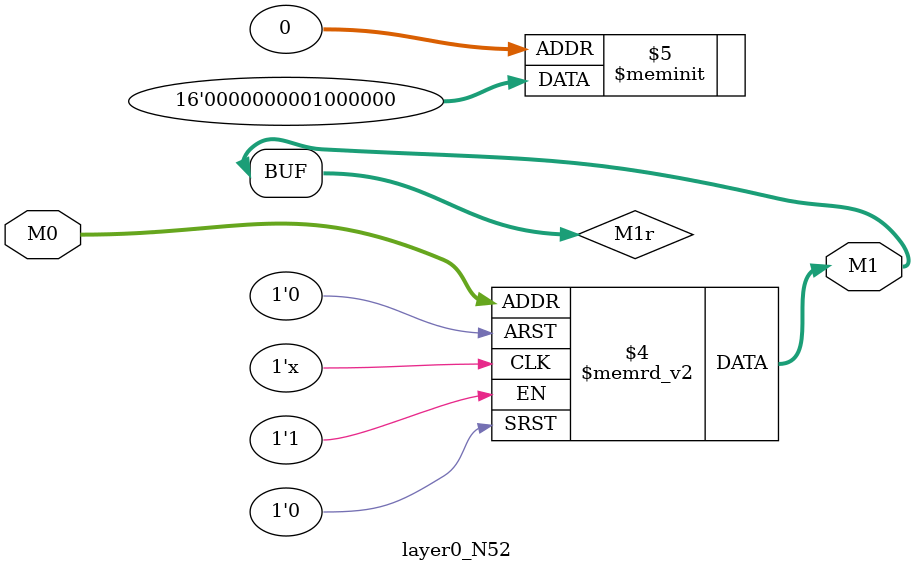
<source format=v>
module layer0_N52 ( input [2:0] M0, output [1:0] M1 );

	(*rom_style = "distributed" *) reg [1:0] M1r;
	assign M1 = M1r;
	always @ (M0) begin
		case (M0)
			3'b000: M1r = 2'b00;
			3'b100: M1r = 2'b00;
			3'b010: M1r = 2'b00;
			3'b110: M1r = 2'b00;
			3'b001: M1r = 2'b00;
			3'b101: M1r = 2'b00;
			3'b011: M1r = 2'b01;
			3'b111: M1r = 2'b00;

		endcase
	end
endmodule

</source>
